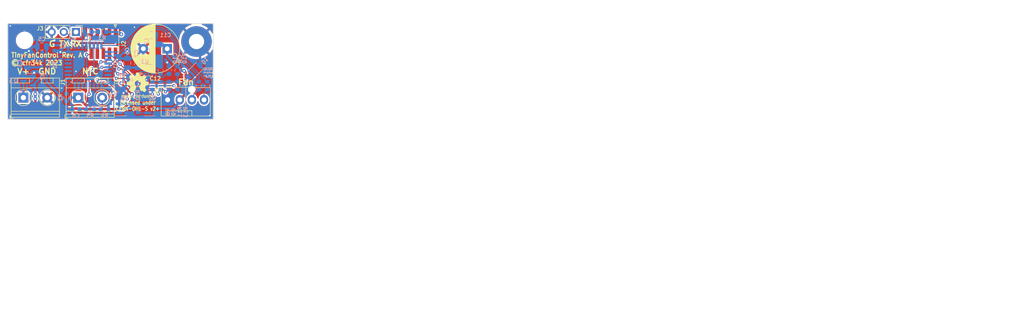
<source format=kicad_pcb>
(kicad_pcb (version 20221018) (generator pcbnew)

  (general
    (thickness 1.6)
  )

  (paper "A4")
  (title_block
    (comment 4 "AISLER Project ID: MHHVKACR")
  )

  (layers
    (0 "F.Cu" signal)
    (31 "B.Cu" signal)
    (32 "B.Adhes" user "B.Adhesive")
    (33 "F.Adhes" user "F.Adhesive")
    (34 "B.Paste" user)
    (35 "F.Paste" user)
    (36 "B.SilkS" user "B.Silkscreen")
    (37 "F.SilkS" user "F.Silkscreen")
    (38 "B.Mask" user)
    (39 "F.Mask" user)
    (40 "Dwgs.User" user "User.Drawings")
    (41 "Cmts.User" user "User.Comments")
    (42 "Eco1.User" user "User.Eco1")
    (43 "Eco2.User" user "User.Eco2")
    (44 "Edge.Cuts" user)
    (45 "Margin" user)
    (46 "B.CrtYd" user "B.Courtyard")
    (47 "F.CrtYd" user "F.Courtyard")
    (48 "B.Fab" user)
    (49 "F.Fab" user)
    (50 "User.1" user)
    (51 "User.2" user)
    (52 "User.3" user)
    (53 "User.4" user)
    (54 "User.5" user)
    (55 "User.6" user)
    (56 "User.7" user)
    (57 "User.8" user)
    (58 "User.9" user)
  )

  (setup
    (pad_to_mask_clearance 0)
    (pcbplotparams
      (layerselection 0x00011fc_ffffffff)
      (plot_on_all_layers_selection 0x0000000_00000000)
      (disableapertmacros false)
      (usegerberextensions false)
      (usegerberattributes true)
      (usegerberadvancedattributes true)
      (creategerberjobfile true)
      (dashed_line_dash_ratio 12.000000)
      (dashed_line_gap_ratio 3.000000)
      (svgprecision 4)
      (plotframeref false)
      (viasonmask false)
      (mode 1)
      (useauxorigin false)
      (hpglpennumber 1)
      (hpglpenspeed 20)
      (hpglpendiameter 15.000000)
      (dxfpolygonmode true)
      (dxfimperialunits true)
      (dxfusepcbnewfont true)
      (psnegative false)
      (psa4output false)
      (plotreference true)
      (plotvalue true)
      (plotinvisibletext false)
      (sketchpadsonfab false)
      (subtractmaskfromsilk false)
      (outputformat 1)
      (mirror false)
      (drillshape 0)
      (scaleselection 1)
      (outputdirectory "plots/RevA/gerber")
    )
  )

  (net 0 "")
  (net 1 "+3.3V")
  (net 2 "GND")
  (net 3 "+12V")
  (net 4 "Net-(U1-VDDA)")
  (net 5 "/NTC_IN")
  (net 6 "Net-(U3-SS)")
  (net 7 "Net-(U3-BST)")
  (net 8 "Net-(M1-+)")
  (net 9 "Net-(D1-K)")
  (net 10 "/SWDIO")
  (net 11 "/SWDCLK")
  (net 12 "unconnected-(J2-SWO{slash}TDO-Pad6)")
  (net 13 "unconnected-(J2-KEY-Pad7)")
  (net 14 "unconnected-(J2-NC{slash}TDI-Pad8)")
  (net 15 "/RESET_N")
  (net 16 "/UART_TX")
  (net 17 "/UART_RX")
  (net 18 "Net-(J4-Pin_2)")
  (net 19 "Net-(M1-Tacho)")
  (net 20 "Net-(M1-PWM)")
  (net 21 "/DC_DC_BYPASS")
  (net 22 "Net-(Q1-D)")
  (net 23 "Net-(U1-BOOT0)")
  (net 24 "/DC_DC_EN")
  (net 25 "Net-(U3-RT)")
  (net 26 "/DC_CTRL_FB0")
  (net 27 "/DC_CTRL_FB1")
  (net 28 "/DC_CTRL_FB2")
  (net 29 "/DC_CTRL_FB3")
  (net 30 "/TACHO")
  (net 31 "/PWM_CTRL")
  (net 32 "unconnected-(U1-PA1-Pad7)")
  (net 33 "unconnected-(U1-PB0-Pad14)")
  (net 34 "unconnected-(U1-PB1-Pad15)")
  (net 35 "unconnected-(U1-PA10-Pad20)")
  (net 36 "unconnected-(U1-PA11-Pad21)")
  (net 37 "unconnected-(U1-PA12-Pad22)")
  (net 38 "unconnected-(U1-PA15-Pad25)")
  (net 39 "unconnected-(U1-PB3-Pad26)")
  (net 40 "unconnected-(U1-PB4-Pad27)")
  (net 41 "unconnected-(U1-PB5-Pad28)")
  (net 42 "unconnected-(U1-PB6-Pad29)")
  (net 43 "unconnected-(U1-PB7-Pad30)")
  (net 44 "/SW")
  (net 45 "Net-(J1-Pin_1)")

  (footprint "MountingHole:MountingHole_3.2mm_M3" (layer "F.Cu") (at 43.5 33.5))

  (footprint "TerminalBlock_RND:TerminalBlock_RND_205-00045_1x02_P5.00mm_Horizontal" (layer "F.Cu") (at 43.25 45.5))

  (footprint "Connector_PinHeader_2.54mm:PinHeader_1x03_P2.54mm_Vertical" (layer "F.Cu") (at 54.25 31.75 -90))

  (footprint "Connector:FanPinHeader_1x04_P2.54mm_Vertical" (layer "F.Cu") (at 73.45 45.95))

  (footprint "Symbol:OSHW-Logo2_7.3x6mm_SilkScreen" (layer "F.Cu") (at 67.2 43))

  (footprint "MountingHole:MountingHole_3.2mm_M3_Pad" (layer "F.Cu") (at 79.5 33.75))

  (footprint "Capacitor_THT:CP_Radial_D10.0mm_P5.00mm" (layer "F.Cu") (at 73.367677 35.25 180))

  (footprint "Connector_PinHeader_1.27mm:PinHeader_2x05_P1.27mm_Vertical_SMD" (layer "F.Cu") (at 60 34.25 -90))

  (footprint "TerminalBlock_RND:TerminalBlock_RND_205-00045_1x02_P5.00mm_Horizontal" (layer "F.Cu") (at 54.75 45.5))

  (footprint "Resistor_SMD:R_0603_1608Metric" (layer "B.Cu") (at 66 42.5 180))

  (footprint "Inductor_SMD:L_1210_3225Metric" (layer "B.Cu") (at 71 35.75 90))

  (footprint "Capacitor_SMD:C_0603_1608Metric" (layer "B.Cu") (at 54.25 48 180))

  (footprint "Capacitor_SMD:C_0603_1608Metric" (layer "B.Cu") (at 56.75 31.75))

  (footprint "Package_TO_SOT_SMD:SOT-23" (layer "B.Cu") (at 44.25 42 180))

  (footprint "Resistor_SMD:R_0603_1608Metric" (layer "B.Cu") (at 52.25 45.5 90))

  (footprint "Capacitor_SMD:C_0805_2012Metric" (layer "B.Cu") (at 70 32.4 180))

  (footprint "Package_QFP:LQFP-32_7x7mm_P0.8mm" (layer "B.Cu") (at 56.8 38.75 -90))

  (footprint "Resistor_SMD:R_0603_1608Metric" (layer "B.Cu") (at 60.25 48))

  (footprint "Resistor_SMD:R_0603_1608Metric" (layer "B.Cu") (at 72 43 -90))

  (footprint "Capacitor_SMD:C_0603_1608Metric" (layer "B.Cu") (at 51.5 33.5 180))

  (footprint "Capacitor_SMD:C_0805_2012Metric" (layer "B.Cu") (at 47.1 34.8 180))

  (footprint "Package_TO_SOT_SMD:SOT-23" (layer "B.Cu") (at 64.25 47.75))

  (footprint "Resistor_SMD:R_0603_1608Metric" (layer "B.Cu") (at 49.8 36.5 90))

  (footprint "Resistor_SMD:R_0603_1608Metric" (layer "B.Cu") (at 70.25 43 -90))

  (footprint "Capacitor_SMD:C_0603_1608Metric" (layer "B.Cu") (at 67 38.5 90))

  (footprint "Capacitor_SMD:C_0805_2012Metric" (layer "B.Cu") (at 44.1 38.3 90))

  (footprint "Capacitor_SMD:C_0603_1608Metric" (layer "B.Cu") (at 62 43.5))

  (footprint "Package_TO_SOT_SMD:SOT-583-8" (layer "B.Cu") (at 69.5 39.75))

  (footprint "Package_TO_SOT_SMD:SOT-23" (layer "B.Cu")
    (tstamp abed8796-9b2c-45ac-bfb5-92c3f42995ae)
    (at 70.25 47.75)
    (descr "SOT, 3 Pin (https://www.jedec.org/system/files/docs/to-236h.pdf variant AB), generated with kicad-footprint-generator ipc_gullwing_generator.py")
    (tags "SOT TO_SOT_SMD")
    (property "Sheetfile" "TinyFanControl.kicad_sch")
    (property "Sheetname" "")
    (property "ki_description" "-3.8A Id, -30V Vds, P-Channel MOSFET, SOT-23")
    (property "ki_keywords" "P-Channel MOSFET")
    (path "/35b2bb7f-4c8b-4e83-8e88-5fd74b7f1dcb")
    (attr smd)
    (fp_text reference "Q2" (at 0 -2.25 unlocked) (layer "B.SilkS")
        (effects (font (size 0.8 0.8) (thickness 0.15)) (justify mirror))
      (tstamp 26e7fd7f-2776-4694-84c4-646992556012)
    )
    (fp_text value "DMP3099L" (at 0 -2.4) (layer "B.Fab")
        (effects (font (size 1 1) (thickness 0.15)) (justify mirror))
      (tstamp 0b859a1a-88b3-48f7-a718-bd65c0a4bd37)
    )
    (fp_text user "${REFERENCE}" (at 0 0) (layer "B.Fab")
        (effects (font (size 0.32 0.32) (thickness 0.05)) (justify mirror))
      (tstamp 2109c710-773b-468a-9eb1-aaf63771aafd)
    )
    (fp_line (start 0 -1.56) (end -0.65 -1.56)
      (stroke (width 0.12) (type solid)) (layer "B.SilkS") (tstamp 2a3eca2c-794e-40c4-b9ed-ff95d353dc63))
    (fp_line (start 0 -1.56) (end 0.65 -1.56)
      (stroke (width 0.12) (type solid)) (layer "B.SilkS") (tstamp 22096d6c-3e9c-4466-9f62-6b1f88837f7f))
    (fp_line (start 0 1.56) (end -1.675 1.56)
      (stroke (width 0.12) (type solid)) (layer "B.SilkS") (tstamp 0f8ae10e-367a-4069-b111-50dc3e331e8b))
    (fp_line (start 0 1.56) (end 0.65 1.56)
      (stroke (width 0.12) (type solid)) (layer "B.SilkS") (tstamp 2db348b9-2f58-4b78-b80c-0dac0b9faa3d))
    (fp_line (start -1.92 -1.7) (end 1.92 -1.7)
      (stroke (width 0.05) (type solid)) (layer "B.CrtYd") (tstamp 6ba9ecd4-1dae-4012-b37f-fa9d2c0f9190))
    (fp_line (start -1.92 1.7) (end -1.92 -1.7)
      (stroke (width 0.05) (type solid)) (layer "B.CrtYd") (tstamp 5ef60247-03c5-4d6d-b69d-ba0fc3133b0a))
    (fp_line (start 1.92 -1.7) (end 1.92 1.7)
      (stroke (width 0.05) (type solid)) (layer "B.CrtYd") (tstamp f64df3f5-237f-45e1-aace-c0def1452ce3))
    (fp_line (start 1.92 1.7) (end -1.92 1.7)
      (stroke (width 0.05)
... [281183 chars truncated]
</source>
